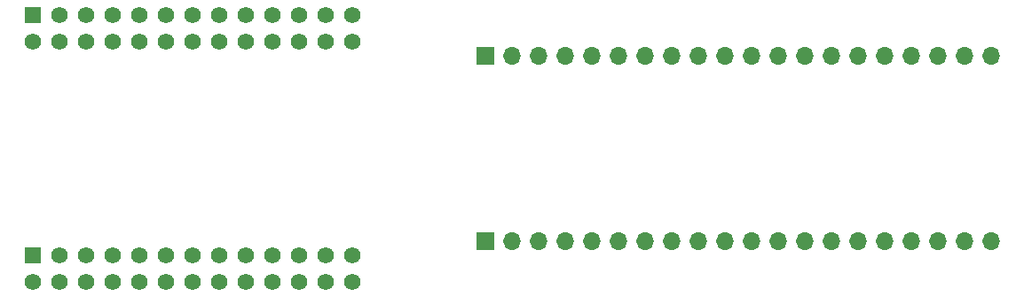
<source format=gbs>
G04 #@! TF.GenerationSoftware,KiCad,Pcbnew,(6.0.11-0)*
G04 #@! TF.CreationDate,2023-06-20T16:53:37+02:00*
G04 #@! TF.ProjectId,ft4232h_mini_module,66743432-3332-4685-9f6d-696e695f6d6f,A*
G04 #@! TF.SameCoordinates,Original*
G04 #@! TF.FileFunction,Soldermask,Bot*
G04 #@! TF.FilePolarity,Negative*
%FSLAX46Y46*%
G04 Gerber Fmt 4.6, Leading zero omitted, Abs format (unit mm)*
G04 Created by KiCad (PCBNEW (6.0.11-0)) date 2023-06-20 16:53:37*
%MOMM*%
%LPD*%
G01*
G04 APERTURE LIST*
%ADD10R,1.562100X1.562100*%
%ADD11C,1.562100*%
%ADD12R,1.700000X1.700000*%
%ADD13O,1.700000X1.700000*%
G04 APERTURE END LIST*
D10*
X101600000Y-110505000D03*
D11*
X101600000Y-113045000D03*
X104140000Y-110505000D03*
X104140000Y-113045000D03*
X106680000Y-110505000D03*
X106680000Y-113045000D03*
X109220000Y-110505000D03*
X109220000Y-113045000D03*
X111760000Y-110505000D03*
X111760000Y-113045000D03*
X114300000Y-110505000D03*
X114300000Y-113045000D03*
X116840000Y-110505000D03*
X116840000Y-113045000D03*
X119380000Y-110505000D03*
X119380000Y-113045000D03*
X121920000Y-110505000D03*
X121920000Y-113045000D03*
X124460000Y-110505000D03*
X124460000Y-113045000D03*
X127000000Y-110505000D03*
X127000000Y-113045000D03*
X129540000Y-110505000D03*
X129540000Y-113045000D03*
X132080000Y-110505000D03*
X132080000Y-113045000D03*
D10*
X101600000Y-87615000D03*
D11*
X101600000Y-90155000D03*
X104140000Y-87615000D03*
X104140000Y-90155000D03*
X106680000Y-87615000D03*
X106680000Y-90155000D03*
X109220000Y-87615000D03*
X109220000Y-90155000D03*
X111760000Y-87615000D03*
X111760000Y-90155000D03*
X114300000Y-87615000D03*
X114300000Y-90155000D03*
X116840000Y-87615000D03*
X116840000Y-90155000D03*
X119380000Y-87615000D03*
X119380000Y-90155000D03*
X121920000Y-87615000D03*
X121920000Y-90155000D03*
X124460000Y-87615000D03*
X124460000Y-90155000D03*
X127000000Y-87615000D03*
X127000000Y-90155000D03*
X129540000Y-87615000D03*
X129540000Y-90155000D03*
X132080000Y-87615000D03*
X132080000Y-90155000D03*
D12*
X144780000Y-91440000D03*
D13*
X147320000Y-91440000D03*
X149860000Y-91440000D03*
X152400000Y-91440000D03*
X154940000Y-91440000D03*
X157480000Y-91440000D03*
X160020000Y-91440000D03*
X162560000Y-91440000D03*
X165100000Y-91440000D03*
X167640000Y-91440000D03*
X170180000Y-91440000D03*
X172720000Y-91440000D03*
X175260000Y-91440000D03*
X177800000Y-91440000D03*
X180340000Y-91440000D03*
X182880000Y-91440000D03*
X185420000Y-91440000D03*
X187960000Y-91440000D03*
X190500000Y-91440000D03*
X193040000Y-91440000D03*
D12*
X144780000Y-109195000D03*
D13*
X147320000Y-109195000D03*
X149860000Y-109195000D03*
X152400000Y-109195000D03*
X154940000Y-109195000D03*
X157480000Y-109195000D03*
X160020000Y-109195000D03*
X162560000Y-109195000D03*
X165100000Y-109195000D03*
X167640000Y-109195000D03*
X170180000Y-109195000D03*
X172720000Y-109195000D03*
X175260000Y-109195000D03*
X177800000Y-109195000D03*
X180340000Y-109195000D03*
X182880000Y-109195000D03*
X185420000Y-109195000D03*
X187960000Y-109195000D03*
X190500000Y-109195000D03*
X193040000Y-109195000D03*
M02*

</source>
